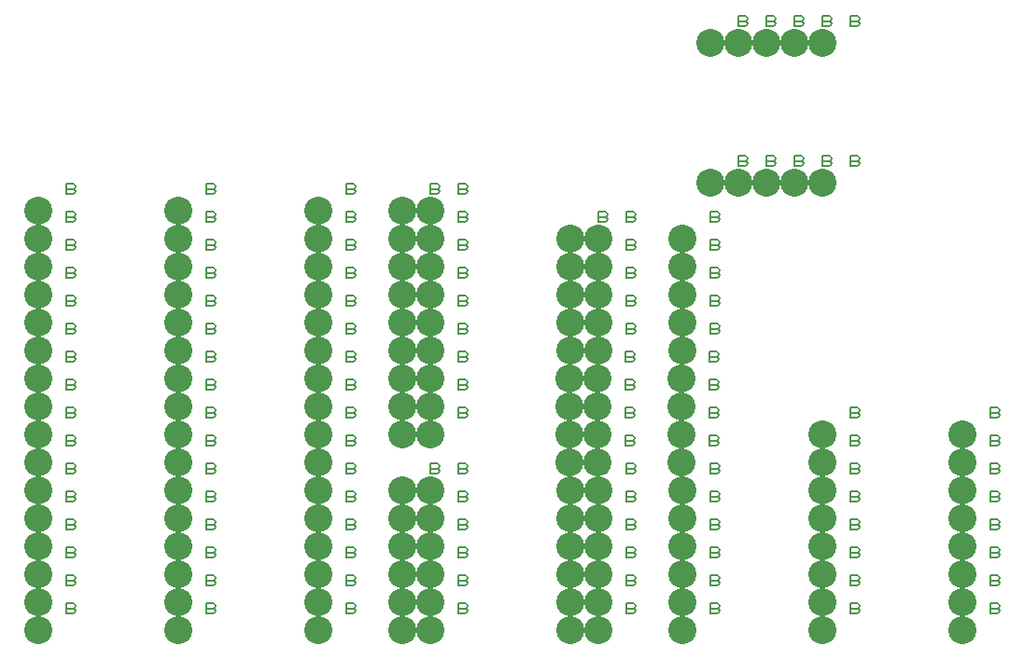
<source format=gbr>
G04 DesignSpark PCB Gerber Version 12.0 Build 5941*
G04 #@! TF.Part,Single*
G04 #@! TF.FileFunction,Drillmap*
G04 #@! TF.FilePolarity,Positive*
%FSLAX35Y35*%
%MOIN*%
%ADD15C,0.00500*%
G04 #@! TA.AperFunction,WasherPad*
%ADD14C,0.10000*%
G04 #@! TD.AperFunction*
X0Y0D02*
D02*
D14*
X20250Y20250D03*
Y30250D03*
Y40250D03*
Y50250D03*
Y60250D03*
Y70250D03*
Y80250D03*
Y90250D03*
Y100250D03*
Y110250D03*
Y120250D03*
Y130250D03*
Y140250D03*
Y150250D03*
Y160250D03*
Y170250D03*
X70250Y20250D03*
Y30250D03*
Y40250D03*
Y50250D03*
Y60250D03*
Y70250D03*
Y80250D03*
Y90250D03*
Y100250D03*
Y110250D03*
Y120250D03*
Y130250D03*
Y140250D03*
Y150250D03*
Y160250D03*
Y170250D03*
X120250Y20250D03*
Y30250D03*
Y40250D03*
Y50250D03*
Y60250D03*
Y70250D03*
Y80250D03*
Y90250D03*
Y100250D03*
Y110250D03*
Y120250D03*
Y130250D03*
Y140250D03*
Y150250D03*
Y160250D03*
Y170250D03*
X150250Y20250D03*
Y30250D03*
Y40250D03*
Y50250D03*
Y60250D03*
Y70250D03*
Y90250D03*
Y100250D03*
Y110250D03*
Y120250D03*
Y130250D03*
Y140250D03*
Y150250D03*
Y160250D03*
Y170250D03*
X160250Y20250D03*
Y30250D03*
Y40250D03*
Y50250D03*
Y60250D03*
Y70250D03*
Y90250D03*
Y100250D03*
Y110250D03*
Y120250D03*
Y130250D03*
Y140250D03*
Y150250D03*
Y160250D03*
Y170250D03*
X210015Y80250D03*
Y90250D03*
Y100250D03*
Y110250D03*
X210250Y20250D03*
Y30250D03*
Y40250D03*
Y50250D03*
Y60250D03*
Y70250D03*
Y120250D03*
Y130250D03*
Y140250D03*
Y150250D03*
Y160250D03*
X220015Y80250D03*
Y90250D03*
Y100250D03*
Y110250D03*
X220250Y20250D03*
Y30250D03*
Y40250D03*
Y50250D03*
Y60250D03*
Y70250D03*
Y120250D03*
Y130250D03*
Y140250D03*
Y150250D03*
Y160250D03*
X250015Y80250D03*
Y90250D03*
Y100250D03*
Y110250D03*
X250250Y20250D03*
Y30250D03*
Y40250D03*
Y50250D03*
Y60250D03*
Y70250D03*
Y120250D03*
Y130250D03*
Y140250D03*
Y150250D03*
Y160250D03*
X260250Y180250D03*
Y230250D03*
X270250Y180250D03*
Y230250D03*
X280250Y180250D03*
Y230250D03*
X290250Y180250D03*
Y230250D03*
X300250Y20250D03*
Y30250D03*
Y40250D03*
Y50250D03*
Y60250D03*
Y70250D03*
Y80250D03*
Y90250D03*
Y180250D03*
Y230250D03*
X350250Y20250D03*
Y30250D03*
Y40250D03*
Y50250D03*
Y60250D03*
Y70250D03*
Y80250D03*
Y90250D03*
D02*
D15*
X32437Y28063D02*
X33063Y27750D01*
X33375Y27125D01*
X33063Y26500D01*
X32437Y26187D01*
X30250D01*
Y29937D01*
X32437D01*
X33063Y29625D01*
X33375Y29000D01*
X33063Y28375D01*
X32437Y28063D01*
X30250D01*
X32437Y38063D02*
X33063Y37750D01*
X33375Y37125D01*
X33063Y36500D01*
X32437Y36187D01*
X30250D01*
Y39937D01*
X32437D01*
X33063Y39625D01*
X33375Y39000D01*
X33063Y38375D01*
X32437Y38063D01*
X30250D01*
X32437Y48063D02*
X33063Y47750D01*
X33375Y47125D01*
X33063Y46500D01*
X32437Y46187D01*
X30250D01*
Y49937D01*
X32437D01*
X33063Y49625D01*
X33375Y49000D01*
X33063Y48375D01*
X32437Y48063D01*
X30250D01*
X32437Y58063D02*
X33063Y57750D01*
X33375Y57125D01*
X33063Y56500D01*
X32437Y56187D01*
X30250D01*
Y59937D01*
X32437D01*
X33063Y59625D01*
X33375Y59000D01*
X33063Y58375D01*
X32437Y58063D01*
X30250D01*
X32437Y68063D02*
X33063Y67750D01*
X33375Y67125D01*
X33063Y66500D01*
X32437Y66187D01*
X30250D01*
Y69937D01*
X32437D01*
X33063Y69625D01*
X33375Y69000D01*
X33063Y68375D01*
X32437Y68063D01*
X30250D01*
X32437Y78063D02*
X33063Y77750D01*
X33375Y77125D01*
X33063Y76500D01*
X32437Y76187D01*
X30250D01*
Y79937D01*
X32437D01*
X33063Y79625D01*
X33375Y79000D01*
X33063Y78375D01*
X32437Y78063D01*
X30250D01*
X32437Y88063D02*
X33063Y87750D01*
X33375Y87125D01*
X33063Y86500D01*
X32437Y86187D01*
X30250D01*
Y89937D01*
X32437D01*
X33063Y89625D01*
X33375Y89000D01*
X33063Y88375D01*
X32437Y88063D01*
X30250D01*
X32437Y98063D02*
X33063Y97750D01*
X33375Y97125D01*
X33063Y96500D01*
X32437Y96187D01*
X30250D01*
Y99937D01*
X32437D01*
X33063Y99625D01*
X33375Y99000D01*
X33063Y98375D01*
X32437Y98063D01*
X30250D01*
X32437Y108063D02*
X33063Y107750D01*
X33375Y107125D01*
X33063Y106500D01*
X32437Y106187D01*
X30250D01*
Y109937D01*
X32437D01*
X33063Y109625D01*
X33375Y109000D01*
X33063Y108375D01*
X32437Y108063D01*
X30250D01*
X32437Y118063D02*
X33063Y117750D01*
X33375Y117125D01*
X33063Y116500D01*
X32437Y116187D01*
X30250D01*
Y119937D01*
X32437D01*
X33063Y119625D01*
X33375Y119000D01*
X33063Y118375D01*
X32437Y118063D01*
X30250D01*
X32437Y128063D02*
X33063Y127750D01*
X33375Y127125D01*
X33063Y126500D01*
X32437Y126187D01*
X30250D01*
Y129937D01*
X32437D01*
X33063Y129625D01*
X33375Y129000D01*
X33063Y128375D01*
X32437Y128063D01*
X30250D01*
X32437Y138063D02*
X33063Y137750D01*
X33375Y137125D01*
X33063Y136500D01*
X32437Y136187D01*
X30250D01*
Y139937D01*
X32437D01*
X33063Y139625D01*
X33375Y139000D01*
X33063Y138375D01*
X32437Y138063D01*
X30250D01*
X32437Y148063D02*
X33063Y147750D01*
X33375Y147125D01*
X33063Y146500D01*
X32437Y146187D01*
X30250D01*
Y149937D01*
X32437D01*
X33063Y149625D01*
X33375Y149000D01*
X33063Y148375D01*
X32437Y148063D01*
X30250D01*
X32437Y158063D02*
X33063Y157750D01*
X33375Y157125D01*
X33063Y156500D01*
X32437Y156187D01*
X30250D01*
Y159937D01*
X32437D01*
X33063Y159625D01*
X33375Y159000D01*
X33063Y158375D01*
X32437Y158063D01*
X30250D01*
X32437Y168063D02*
X33063Y167750D01*
X33375Y167125D01*
X33063Y166500D01*
X32437Y166187D01*
X30250D01*
Y169937D01*
X32437D01*
X33063Y169625D01*
X33375Y169000D01*
X33063Y168375D01*
X32437Y168063D01*
X30250D01*
X32437Y178063D02*
X33063Y177750D01*
X33375Y177125D01*
X33063Y176500D01*
X32437Y176187D01*
X30250D01*
Y179937D01*
X32437D01*
X33063Y179625D01*
X33375Y179000D01*
X33063Y178375D01*
X32437Y178063D01*
X30250D01*
X82437Y28063D02*
X83063Y27750D01*
X83375Y27125D01*
X83063Y26500D01*
X82437Y26187D01*
X80250D01*
Y29937D01*
X82437D01*
X83063Y29625D01*
X83375Y29000D01*
X83063Y28375D01*
X82437Y28063D01*
X80250D01*
X82437Y38063D02*
X83063Y37750D01*
X83375Y37125D01*
X83063Y36500D01*
X82437Y36187D01*
X80250D01*
Y39937D01*
X82437D01*
X83063Y39625D01*
X83375Y39000D01*
X83063Y38375D01*
X82437Y38063D01*
X80250D01*
X82437Y48063D02*
X83063Y47750D01*
X83375Y47125D01*
X83063Y46500D01*
X82437Y46187D01*
X80250D01*
Y49937D01*
X82437D01*
X83063Y49625D01*
X83375Y49000D01*
X83063Y48375D01*
X82437Y48063D01*
X80250D01*
X82437Y58063D02*
X83063Y57750D01*
X83375Y57125D01*
X83063Y56500D01*
X82437Y56187D01*
X80250D01*
Y59937D01*
X82437D01*
X83063Y59625D01*
X83375Y59000D01*
X83063Y58375D01*
X82437Y58063D01*
X80250D01*
X82437Y68063D02*
X83063Y67750D01*
X83375Y67125D01*
X83063Y66500D01*
X82437Y66187D01*
X80250D01*
Y69937D01*
X82437D01*
X83063Y69625D01*
X83375Y69000D01*
X83063Y68375D01*
X82437Y68063D01*
X80250D01*
X82437Y78063D02*
X83063Y77750D01*
X83375Y77125D01*
X83063Y76500D01*
X82437Y76187D01*
X80250D01*
Y79937D01*
X82437D01*
X83063Y79625D01*
X83375Y79000D01*
X83063Y78375D01*
X82437Y78063D01*
X80250D01*
X82437Y88063D02*
X83063Y87750D01*
X83375Y87125D01*
X83063Y86500D01*
X82437Y86187D01*
X80250D01*
Y89937D01*
X82437D01*
X83063Y89625D01*
X83375Y89000D01*
X83063Y88375D01*
X82437Y88063D01*
X80250D01*
X82437Y98063D02*
X83063Y97750D01*
X83375Y97125D01*
X83063Y96500D01*
X82437Y96187D01*
X80250D01*
Y99937D01*
X82437D01*
X83063Y99625D01*
X83375Y99000D01*
X83063Y98375D01*
X82437Y98063D01*
X80250D01*
X82437Y108063D02*
X83063Y107750D01*
X83375Y107125D01*
X83063Y106500D01*
X82437Y106187D01*
X80250D01*
Y109937D01*
X82437D01*
X83063Y109625D01*
X83375Y109000D01*
X83063Y108375D01*
X82437Y108063D01*
X80250D01*
X82437Y118063D02*
X83063Y117750D01*
X83375Y117125D01*
X83063Y116500D01*
X82437Y116187D01*
X80250D01*
Y119937D01*
X82437D01*
X83063Y119625D01*
X83375Y119000D01*
X83063Y118375D01*
X82437Y118063D01*
X80250D01*
X82437Y128063D02*
X83063Y127750D01*
X83375Y127125D01*
X83063Y126500D01*
X82437Y126187D01*
X80250D01*
Y129937D01*
X82437D01*
X83063Y129625D01*
X83375Y129000D01*
X83063Y128375D01*
X82437Y128063D01*
X80250D01*
X82437Y138063D02*
X83063Y137750D01*
X83375Y137125D01*
X83063Y136500D01*
X82437Y136187D01*
X80250D01*
Y139937D01*
X82437D01*
X83063Y139625D01*
X83375Y139000D01*
X83063Y138375D01*
X82437Y138063D01*
X80250D01*
X82437Y148063D02*
X83063Y147750D01*
X83375Y147125D01*
X83063Y146500D01*
X82437Y146187D01*
X80250D01*
Y149937D01*
X82437D01*
X83063Y149625D01*
X83375Y149000D01*
X83063Y148375D01*
X82437Y148063D01*
X80250D01*
X82437Y158063D02*
X83063Y157750D01*
X83375Y157125D01*
X83063Y156500D01*
X82437Y156187D01*
X80250D01*
Y159937D01*
X82437D01*
X83063Y159625D01*
X83375Y159000D01*
X83063Y158375D01*
X82437Y158063D01*
X80250D01*
X82437Y168063D02*
X83063Y167750D01*
X83375Y167125D01*
X83063Y166500D01*
X82437Y166187D01*
X80250D01*
Y169937D01*
X82437D01*
X83063Y169625D01*
X83375Y169000D01*
X83063Y168375D01*
X82437Y168063D01*
X80250D01*
X82437Y178063D02*
X83063Y177750D01*
X83375Y177125D01*
X83063Y176500D01*
X82437Y176187D01*
X80250D01*
Y179937D01*
X82437D01*
X83063Y179625D01*
X83375Y179000D01*
X83063Y178375D01*
X82437Y178063D01*
X80250D01*
X132437Y28063D02*
X133063Y27750D01*
X133375Y27125D01*
X133063Y26500D01*
X132437Y26187D01*
X130250D01*
Y29937D01*
X132437D01*
X133063Y29625D01*
X133375Y29000D01*
X133063Y28375D01*
X132437Y28063D01*
X130250D01*
X132437Y38063D02*
X133063Y37750D01*
X133375Y37125D01*
X133063Y36500D01*
X132437Y36187D01*
X130250D01*
Y39937D01*
X132437D01*
X133063Y39625D01*
X133375Y39000D01*
X133063Y38375D01*
X132437Y38063D01*
X130250D01*
X132437Y48063D02*
X133063Y47750D01*
X133375Y47125D01*
X133063Y46500D01*
X132437Y46187D01*
X130250D01*
Y49937D01*
X132437D01*
X133063Y49625D01*
X133375Y49000D01*
X133063Y48375D01*
X132437Y48063D01*
X130250D01*
X132437Y58063D02*
X133063Y57750D01*
X133375Y57125D01*
X133063Y56500D01*
X132437Y56187D01*
X130250D01*
Y59937D01*
X132437D01*
X133063Y59625D01*
X133375Y59000D01*
X133063Y58375D01*
X132437Y58063D01*
X130250D01*
X132437Y68063D02*
X133063Y67750D01*
X133375Y67125D01*
X133063Y66500D01*
X132437Y66187D01*
X130250D01*
Y69937D01*
X132437D01*
X133063Y69625D01*
X133375Y69000D01*
X133063Y68375D01*
X132437Y68063D01*
X130250D01*
X132437Y78063D02*
X133063Y77750D01*
X133375Y77125D01*
X133063Y76500D01*
X132437Y76187D01*
X130250D01*
Y79937D01*
X132437D01*
X133063Y79625D01*
X133375Y79000D01*
X133063Y78375D01*
X132437Y78063D01*
X130250D01*
X132437Y88063D02*
X133063Y87750D01*
X133375Y87125D01*
X133063Y86500D01*
X132437Y86187D01*
X130250D01*
Y89937D01*
X132437D01*
X133063Y89625D01*
X133375Y89000D01*
X133063Y88375D01*
X132437Y88063D01*
X130250D01*
X132437Y98063D02*
X133063Y97750D01*
X133375Y97125D01*
X133063Y96500D01*
X132437Y96187D01*
X130250D01*
Y99937D01*
X132437D01*
X133063Y99625D01*
X133375Y99000D01*
X133063Y98375D01*
X132437Y98063D01*
X130250D01*
X132437Y108063D02*
X133063Y107750D01*
X133375Y107125D01*
X133063Y106500D01*
X132437Y106187D01*
X130250D01*
Y109937D01*
X132437D01*
X133063Y109625D01*
X133375Y109000D01*
X133063Y108375D01*
X132437Y108063D01*
X130250D01*
X132437Y118063D02*
X133063Y117750D01*
X133375Y117125D01*
X133063Y116500D01*
X132437Y116187D01*
X130250D01*
Y119937D01*
X132437D01*
X133063Y119625D01*
X133375Y119000D01*
X133063Y118375D01*
X132437Y118063D01*
X130250D01*
X132437Y128063D02*
X133063Y127750D01*
X133375Y127125D01*
X133063Y126500D01*
X132437Y126187D01*
X130250D01*
Y129937D01*
X132437D01*
X133063Y129625D01*
X133375Y129000D01*
X133063Y128375D01*
X132437Y128063D01*
X130250D01*
X132437Y138063D02*
X133063Y137750D01*
X133375Y137125D01*
X133063Y136500D01*
X132437Y136187D01*
X130250D01*
Y139937D01*
X132437D01*
X133063Y139625D01*
X133375Y139000D01*
X133063Y138375D01*
X132437Y138063D01*
X130250D01*
X132437Y148063D02*
X133063Y147750D01*
X133375Y147125D01*
X133063Y146500D01*
X132437Y146187D01*
X130250D01*
Y149937D01*
X132437D01*
X133063Y149625D01*
X133375Y149000D01*
X133063Y148375D01*
X132437Y148063D01*
X130250D01*
X132437Y158063D02*
X133063Y157750D01*
X133375Y157125D01*
X133063Y156500D01*
X132437Y156187D01*
X130250D01*
Y159937D01*
X132437D01*
X133063Y159625D01*
X133375Y159000D01*
X133063Y158375D01*
X132437Y158063D01*
X130250D01*
X132437Y168063D02*
X133063Y167750D01*
X133375Y167125D01*
X133063Y166500D01*
X132437Y166187D01*
X130250D01*
Y169937D01*
X132437D01*
X133063Y169625D01*
X133375Y169000D01*
X133063Y168375D01*
X132437Y168063D01*
X130250D01*
X132437Y178063D02*
X133063Y177750D01*
X133375Y177125D01*
X133063Y176500D01*
X132437Y176187D01*
X130250D01*
Y179937D01*
X132437D01*
X133063Y179625D01*
X133375Y179000D01*
X133063Y178375D01*
X132437Y178063D01*
X130250D01*
X162437Y28063D02*
X163063Y27750D01*
X163375Y27125D01*
X163063Y26500D01*
X162437Y26187D01*
X160250D01*
Y29937D01*
X162437D01*
X163063Y29625D01*
X163375Y29000D01*
X163063Y28375D01*
X162437Y28063D01*
X160250D01*
X162437Y38063D02*
X163063Y37750D01*
X163375Y37125D01*
X163063Y36500D01*
X162437Y36187D01*
X160250D01*
Y39937D01*
X162437D01*
X163063Y39625D01*
X163375Y39000D01*
X163063Y38375D01*
X162437Y38063D01*
X160250D01*
X162437Y48063D02*
X163063Y47750D01*
X163375Y47125D01*
X163063Y46500D01*
X162437Y46187D01*
X160250D01*
Y49937D01*
X162437D01*
X163063Y49625D01*
X163375Y49000D01*
X163063Y48375D01*
X162437Y48063D01*
X160250D01*
X162437Y58063D02*
X163063Y57750D01*
X163375Y57125D01*
X163063Y56500D01*
X162437Y56187D01*
X160250D01*
Y59937D01*
X162437D01*
X163063Y59625D01*
X163375Y59000D01*
X163063Y58375D01*
X162437Y58063D01*
X160250D01*
X162437Y68063D02*
X163063Y67750D01*
X163375Y67125D01*
X163063Y66500D01*
X162437Y66187D01*
X160250D01*
Y69937D01*
X162437D01*
X163063Y69625D01*
X163375Y69000D01*
X163063Y68375D01*
X162437Y68063D01*
X160250D01*
X162437Y78063D02*
X163063Y77750D01*
X163375Y77125D01*
X163063Y76500D01*
X162437Y76187D01*
X160250D01*
Y79937D01*
X162437D01*
X163063Y79625D01*
X163375Y79000D01*
X163063Y78375D01*
X162437Y78063D01*
X160250D01*
X162437Y98063D02*
X163063Y97750D01*
X163375Y97125D01*
X163063Y96500D01*
X162437Y96187D01*
X160250D01*
Y99937D01*
X162437D01*
X163063Y99625D01*
X163375Y99000D01*
X163063Y98375D01*
X162437Y98063D01*
X160250D01*
X162437Y108063D02*
X163063Y107750D01*
X163375Y107125D01*
X163063Y106500D01*
X162437Y106187D01*
X160250D01*
Y109937D01*
X162437D01*
X163063Y109625D01*
X163375Y109000D01*
X163063Y108375D01*
X162437Y108063D01*
X160250D01*
X162437Y118063D02*
X163063Y117750D01*
X163375Y117125D01*
X163063Y116500D01*
X162437Y116187D01*
X160250D01*
Y119937D01*
X162437D01*
X163063Y119625D01*
X163375Y119000D01*
X163063Y118375D01*
X162437Y118063D01*
X160250D01*
X162437Y128063D02*
X163063Y127750D01*
X163375Y127125D01*
X163063Y126500D01*
X162437Y126187D01*
X160250D01*
Y129937D01*
X162437D01*
X163063Y129625D01*
X163375Y129000D01*
X163063Y128375D01*
X162437Y128063D01*
X160250D01*
X162437Y138063D02*
X163063Y137750D01*
X163375Y137125D01*
X163063Y136500D01*
X162437Y136187D01*
X160250D01*
Y139937D01*
X162437D01*
X163063Y139625D01*
X163375Y139000D01*
X163063Y138375D01*
X162437Y138063D01*
X160250D01*
X162437Y148063D02*
X163063Y147750D01*
X163375Y147125D01*
X163063Y146500D01*
X162437Y146187D01*
X160250D01*
Y149937D01*
X162437D01*
X163063Y149625D01*
X163375Y149000D01*
X163063Y148375D01*
X162437Y148063D01*
X160250D01*
X162437Y158063D02*
X163063Y157750D01*
X163375Y157125D01*
X163063Y156500D01*
X162437Y156187D01*
X160250D01*
Y159937D01*
X162437D01*
X163063Y159625D01*
X163375Y159000D01*
X163063Y158375D01*
X162437Y158063D01*
X160250D01*
X162437Y168063D02*
X163063Y167750D01*
X163375Y167125D01*
X163063Y166500D01*
X162437Y166187D01*
X160250D01*
Y169937D01*
X162437D01*
X163063Y169625D01*
X163375Y169000D01*
X163063Y168375D01*
X162437Y168063D01*
X160250D01*
X162437Y178063D02*
X163063Y177750D01*
X163375Y177125D01*
X163063Y176500D01*
X162437Y176187D01*
X160250D01*
Y179937D01*
X162437D01*
X163063Y179625D01*
X163375Y179000D01*
X163063Y178375D01*
X162437Y178063D01*
X160250D01*
X172437Y28063D02*
X173063Y27750D01*
X173375Y27125D01*
X173063Y26500D01*
X172437Y26187D01*
X170250D01*
Y29937D01*
X172437D01*
X173063Y29625D01*
X173375Y29000D01*
X173063Y28375D01*
X172437Y28063D01*
X170250D01*
X172437Y38063D02*
X173063Y37750D01*
X173375Y37125D01*
X173063Y36500D01*
X172437Y36187D01*
X170250D01*
Y39937D01*
X172437D01*
X173063Y39625D01*
X173375Y39000D01*
X173063Y38375D01*
X172437Y38063D01*
X170250D01*
X172437Y48063D02*
X173063Y47750D01*
X173375Y47125D01*
X173063Y46500D01*
X172437Y46187D01*
X170250D01*
Y49937D01*
X172437D01*
X173063Y49625D01*
X173375Y49000D01*
X173063Y48375D01*
X172437Y48063D01*
X170250D01*
X172437Y58063D02*
X173063Y57750D01*
X173375Y57125D01*
X173063Y56500D01*
X172437Y56187D01*
X170250D01*
Y59937D01*
X172437D01*
X173063Y59625D01*
X173375Y59000D01*
X173063Y58375D01*
X172437Y58063D01*
X170250D01*
X172437Y68063D02*
X173063Y67750D01*
X173375Y67125D01*
X173063Y66500D01*
X172437Y66187D01*
X170250D01*
Y69937D01*
X172437D01*
X173063Y69625D01*
X173375Y69000D01*
X173063Y68375D01*
X172437Y68063D01*
X170250D01*
X172437Y78063D02*
X173063Y77750D01*
X173375Y77125D01*
X173063Y76500D01*
X172437Y76187D01*
X170250D01*
Y79937D01*
X172437D01*
X173063Y79625D01*
X173375Y79000D01*
X173063Y78375D01*
X172437Y78063D01*
X170250D01*
X172437Y98063D02*
X173063Y97750D01*
X173375Y97125D01*
X173063Y96500D01*
X172437Y96187D01*
X170250D01*
Y99937D01*
X172437D01*
X173063Y99625D01*
X173375Y99000D01*
X173063Y98375D01*
X172437Y98063D01*
X170250D01*
X172437Y108063D02*
X173063Y107750D01*
X173375Y107125D01*
X173063Y106500D01*
X172437Y106187D01*
X170250D01*
Y109937D01*
X172437D01*
X173063Y109625D01*
X173375Y109000D01*
X173063Y108375D01*
X172437Y108063D01*
X170250D01*
X172437Y118063D02*
X173063Y117750D01*
X173375Y117125D01*
X173063Y116500D01*
X172437Y116187D01*
X170250D01*
Y119937D01*
X172437D01*
X173063Y119625D01*
X173375Y119000D01*
X173063Y118375D01*
X172437Y118063D01*
X170250D01*
X172437Y128063D02*
X173063Y127750D01*
X173375Y127125D01*
X173063Y126500D01*
X172437Y126187D01*
X170250D01*
Y129937D01*
X172437D01*
X173063Y129625D01*
X173375Y129000D01*
X173063Y128375D01*
X172437Y128063D01*
X170250D01*
X172437Y138063D02*
X173063Y137750D01*
X173375Y137125D01*
X173063Y136500D01*
X172437Y136187D01*
X170250D01*
Y139937D01*
X172437D01*
X173063Y139625D01*
X173375Y139000D01*
X173063Y138375D01*
X172437Y138063D01*
X170250D01*
X172437Y148063D02*
X173063Y147750D01*
X173375Y147125D01*
X173063Y146500D01*
X172437Y146187D01*
X170250D01*
Y149937D01*
X172437D01*
X173063Y149625D01*
X173375Y149000D01*
X173063Y148375D01*
X172437Y148063D01*
X170250D01*
X172437Y158063D02*
X173063Y157750D01*
X173375Y157125D01*
X173063Y156500D01*
X172437Y156187D01*
X170250D01*
Y159937D01*
X172437D01*
X173063Y159625D01*
X173375Y159000D01*
X173063Y158375D01*
X172437Y158063D01*
X170250D01*
X172437Y168063D02*
X173063Y167750D01*
X173375Y167125D01*
X173063Y166500D01*
X172437Y166187D01*
X170250D01*
Y169937D01*
X172437D01*
X173063Y169625D01*
X173375Y169000D01*
X173063Y168375D01*
X172437Y168063D01*
X170250D01*
X172437Y178063D02*
X173063Y177750D01*
X173375Y177125D01*
X173063Y176500D01*
X172437Y176187D01*
X170250D01*
Y179937D01*
X172437D01*
X173063Y179625D01*
X173375Y179000D01*
X173063Y178375D01*
X172437Y178063D01*
X170250D01*
X222203Y88063D02*
X222828Y87750D01*
X223141Y87125D01*
X222828Y86500D01*
X222203Y86187D01*
X220015D01*
Y89937D01*
X222203D01*
X222828Y89625D01*
X223141Y89000D01*
X222828Y88375D01*
X222203Y88063D01*
X220015D01*
X222203Y98063D02*
X222828Y97750D01*
X223141Y97125D01*
X222828Y96500D01*
X222203Y96187D01*
X220015D01*
Y99937D01*
X222203D01*
X222828Y99625D01*
X223141Y99000D01*
X222828Y98375D01*
X222203Y98063D01*
X220015D01*
X222203Y108063D02*
X222828Y107750D01*
X223141Y107125D01*
X222828Y106500D01*
X222203Y106187D01*
X220015D01*
Y109937D01*
X222203D01*
X222828Y109625D01*
X223141Y109000D01*
X222828Y108375D01*
X222203Y108063D01*
X220015D01*
X222203Y118063D02*
X222828Y117750D01*
X223141Y117125D01*
X222828Y116500D01*
X222203Y116187D01*
X220015D01*
Y119937D01*
X222203D01*
X222828Y119625D01*
X223141Y119000D01*
X222828Y118375D01*
X222203Y118063D01*
X220015D01*
X222437Y28063D02*
X223063Y27750D01*
X223375Y27125D01*
X223063Y26500D01*
X222437Y26187D01*
X220250D01*
Y29937D01*
X222437D01*
X223063Y29625D01*
X223375Y29000D01*
X223063Y28375D01*
X222437Y28063D01*
X220250D01*
X222437Y38063D02*
X223063Y37750D01*
X223375Y37125D01*
X223063Y36500D01*
X222437Y36187D01*
X220250D01*
Y39937D01*
X222437D01*
X223063Y39625D01*
X223375Y39000D01*
X223063Y38375D01*
X222437Y38063D01*
X220250D01*
X222437Y48063D02*
X223063Y47750D01*
X223375Y47125D01*
X223063Y46500D01*
X222437Y46187D01*
X220250D01*
Y49937D01*
X222437D01*
X223063Y49625D01*
X223375Y49000D01*
X223063Y48375D01*
X222437Y48063D01*
X220250D01*
X222437Y58063D02*
X223063Y57750D01*
X223375Y57125D01*
X223063Y56500D01*
X222437Y56187D01*
X220250D01*
Y59937D01*
X222437D01*
X223063Y59625D01*
X223375Y59000D01*
X223063Y58375D01*
X222437Y58063D01*
X220250D01*
X222437Y68063D02*
X223063Y67750D01*
X223375Y67125D01*
X223063Y66500D01*
X222437Y66187D01*
X220250D01*
Y69937D01*
X222437D01*
X223063Y69625D01*
X223375Y69000D01*
X223063Y68375D01*
X222437Y68063D01*
X220250D01*
X222437Y78063D02*
X223063Y77750D01*
X223375Y77125D01*
X223063Y76500D01*
X222437Y76187D01*
X220250D01*
Y79937D01*
X222437D01*
X223063Y79625D01*
X223375Y79000D01*
X223063Y78375D01*
X222437Y78063D01*
X220250D01*
X222437Y128063D02*
X223063Y127750D01*
X223375Y127125D01*
X223063Y126500D01*
X222437Y126187D01*
X220250D01*
Y129937D01*
X222437D01*
X223063Y129625D01*
X223375Y129000D01*
X223063Y128375D01*
X222437Y128063D01*
X220250D01*
X222437Y138063D02*
X223063Y137750D01*
X223375Y137125D01*
X223063Y136500D01*
X222437Y136187D01*
X220250D01*
Y139937D01*
X222437D01*
X223063Y139625D01*
X223375Y139000D01*
X223063Y138375D01*
X222437Y138063D01*
X220250D01*
X222437Y148063D02*
X223063Y147750D01*
X223375Y147125D01*
X223063Y146500D01*
X222437Y146187D01*
X220250D01*
Y149937D01*
X222437D01*
X223063Y149625D01*
X223375Y149000D01*
X223063Y148375D01*
X222437Y148063D01*
X220250D01*
X222437Y158063D02*
X223063Y157750D01*
X223375Y157125D01*
X223063Y156500D01*
X222437Y156187D01*
X220250D01*
Y159937D01*
X222437D01*
X223063Y159625D01*
X223375Y159000D01*
X223063Y158375D01*
X222437Y158063D01*
X220250D01*
X222437Y168063D02*
X223063Y167750D01*
X223375Y167125D01*
X223063Y166500D01*
X222437Y166187D01*
X220250D01*
Y169937D01*
X222437D01*
X223063Y169625D01*
X223375Y169000D01*
X223063Y168375D01*
X222437Y168063D01*
X220250D01*
X232203Y88063D02*
X232828Y87750D01*
X233141Y87125D01*
X232828Y86500D01*
X232203Y86187D01*
X230015D01*
Y89937D01*
X232203D01*
X232828Y89625D01*
X233141Y89000D01*
X232828Y88375D01*
X232203Y88063D01*
X230015D01*
X232203Y98063D02*
X232828Y97750D01*
X233141Y97125D01*
X232828Y96500D01*
X232203Y96187D01*
X230015D01*
Y99937D01*
X232203D01*
X232828Y99625D01*
X233141Y99000D01*
X232828Y98375D01*
X232203Y98063D01*
X230015D01*
X232203Y108063D02*
X232828Y107750D01*
X233141Y107125D01*
X232828Y106500D01*
X232203Y106187D01*
X230015D01*
Y109937D01*
X232203D01*
X232828Y109625D01*
X233141Y109000D01*
X232828Y108375D01*
X232203Y108063D01*
X230015D01*
X232203Y118063D02*
X232828Y117750D01*
X233141Y117125D01*
X232828Y116500D01*
X232203Y116187D01*
X230015D01*
Y119937D01*
X232203D01*
X232828Y119625D01*
X233141Y119000D01*
X232828Y118375D01*
X232203Y118063D01*
X230015D01*
X232437Y28063D02*
X233063Y27750D01*
X233375Y27125D01*
X233063Y26500D01*
X232437Y26187D01*
X230250D01*
Y29937D01*
X232437D01*
X233063Y29625D01*
X233375Y29000D01*
X233063Y28375D01*
X232437Y28063D01*
X230250D01*
X232437Y38063D02*
X233063Y37750D01*
X233375Y37125D01*
X233063Y36500D01*
X232437Y36187D01*
X230250D01*
Y39937D01*
X232437D01*
X233063Y39625D01*
X233375Y39000D01*
X233063Y38375D01*
X232437Y38063D01*
X230250D01*
X232437Y48063D02*
X233063Y47750D01*
X233375Y47125D01*
X233063Y46500D01*
X232437Y46187D01*
X230250D01*
Y49937D01*
X232437D01*
X233063Y49625D01*
X233375Y49000D01*
X233063Y48375D01*
X232437Y48063D01*
X230250D01*
X232437Y58063D02*
X233063Y57750D01*
X233375Y57125D01*
X233063Y56500D01*
X232437Y56187D01*
X230250D01*
Y59937D01*
X232437D01*
X233063Y59625D01*
X233375Y59000D01*
X233063Y58375D01*
X232437Y58063D01*
X230250D01*
X232437Y68063D02*
X233063Y67750D01*
X233375Y67125D01*
X233063Y66500D01*
X232437Y66187D01*
X230250D01*
Y69937D01*
X232437D01*
X233063Y69625D01*
X233375Y69000D01*
X233063Y68375D01*
X232437Y68063D01*
X230250D01*
X232437Y78063D02*
X233063Y77750D01*
X233375Y77125D01*
X233063Y76500D01*
X232437Y76187D01*
X230250D01*
Y79937D01*
X232437D01*
X233063Y79625D01*
X233375Y79000D01*
X233063Y78375D01*
X232437Y78063D01*
X230250D01*
X232437Y128063D02*
X233063Y127750D01*
X233375Y127125D01*
X233063Y126500D01*
X232437Y126187D01*
X230250D01*
Y129937D01*
X232437D01*
X233063Y129625D01*
X233375Y129000D01*
X233063Y128375D01*
X232437Y128063D01*
X230250D01*
X232437Y138063D02*
X233063Y137750D01*
X233375Y137125D01*
X233063Y136500D01*
X232437Y136187D01*
X230250D01*
Y139937D01*
X232437D01*
X233063Y139625D01*
X233375Y139000D01*
X233063Y138375D01*
X232437Y138063D01*
X230250D01*
X232437Y148063D02*
X233063Y147750D01*
X233375Y147125D01*
X233063Y146500D01*
X232437Y146187D01*
X230250D01*
Y149937D01*
X232437D01*
X233063Y149625D01*
X233375Y149000D01*
X233063Y148375D01*
X232437Y148063D01*
X230250D01*
X232437Y158063D02*
X233063Y157750D01*
X233375Y157125D01*
X233063Y156500D01*
X232437Y156187D01*
X230250D01*
Y159937D01*
X232437D01*
X233063Y159625D01*
X233375Y159000D01*
X233063Y158375D01*
X232437Y158063D01*
X230250D01*
X232437Y168063D02*
X233063Y167750D01*
X233375Y167125D01*
X233063Y166500D01*
X232437Y166187D01*
X230250D01*
Y169937D01*
X232437D01*
X233063Y169625D01*
X233375Y169000D01*
X233063Y168375D01*
X232437Y168063D01*
X230250D01*
X262203Y88063D02*
X262828Y87750D01*
X263141Y87125D01*
X262828Y86500D01*
X262203Y86187D01*
X260015D01*
Y89937D01*
X262203D01*
X262828Y89625D01*
X263141Y89000D01*
X262828Y88375D01*
X262203Y88063D01*
X260015D01*
X262203Y98063D02*
X262828Y97750D01*
X263141Y97125D01*
X262828Y96500D01*
X262203Y96187D01*
X260015D01*
Y99937D01*
X262203D01*
X262828Y99625D01*
X263141Y99000D01*
X262828Y98375D01*
X262203Y98063D01*
X260015D01*
X262203Y108063D02*
X262828Y107750D01*
X263141Y107125D01*
X262828Y106500D01*
X262203Y106187D01*
X260015D01*
Y109937D01*
X262203D01*
X262828Y109625D01*
X263141Y109000D01*
X262828Y108375D01*
X262203Y108063D01*
X260015D01*
X262203Y118063D02*
X262828Y117750D01*
X263141Y117125D01*
X262828Y116500D01*
X262203Y116187D01*
X260015D01*
Y119937D01*
X262203D01*
X262828Y119625D01*
X263141Y119000D01*
X262828Y118375D01*
X262203Y118063D01*
X260015D01*
X262437Y28063D02*
X263063Y27750D01*
X263375Y27125D01*
X263063Y26500D01*
X262437Y26187D01*
X260250D01*
Y29937D01*
X262437D01*
X263063Y29625D01*
X263375Y29000D01*
X263063Y28375D01*
X262437Y28063D01*
X260250D01*
X262437Y38063D02*
X263063Y37750D01*
X263375Y37125D01*
X263063Y36500D01*
X262437Y36187D01*
X260250D01*
Y39937D01*
X262437D01*
X263063Y39625D01*
X263375Y39000D01*
X263063Y38375D01*
X262437Y38063D01*
X260250D01*
X262437Y48063D02*
X263063Y47750D01*
X263375Y47125D01*
X263063Y46500D01*
X262437Y46187D01*
X260250D01*
Y49937D01*
X262437D01*
X263063Y49625D01*
X263375Y49000D01*
X263063Y48375D01*
X262437Y48063D01*
X260250D01*
X262437Y58063D02*
X263063Y57750D01*
X263375Y57125D01*
X263063Y56500D01*
X262437Y56187D01*
X260250D01*
Y59937D01*
X262437D01*
X263063Y59625D01*
X263375Y59000D01*
X263063Y58375D01*
X262437Y58063D01*
X260250D01*
X262437Y68063D02*
X263063Y67750D01*
X263375Y67125D01*
X263063Y66500D01*
X262437Y66187D01*
X260250D01*
Y69937D01*
X262437D01*
X263063Y69625D01*
X263375Y69000D01*
X263063Y68375D01*
X262437Y68063D01*
X260250D01*
X262437Y78063D02*
X263063Y77750D01*
X263375Y77125D01*
X263063Y76500D01*
X262437Y76187D01*
X260250D01*
Y79937D01*
X262437D01*
X263063Y79625D01*
X263375Y79000D01*
X263063Y78375D01*
X262437Y78063D01*
X260250D01*
X262437Y128063D02*
X263063Y127750D01*
X263375Y127125D01*
X263063Y126500D01*
X262437Y126187D01*
X260250D01*
Y129937D01*
X262437D01*
X263063Y129625D01*
X263375Y129000D01*
X263063Y128375D01*
X262437Y128063D01*
X260250D01*
X262437Y138063D02*
X263063Y137750D01*
X263375Y137125D01*
X263063Y136500D01*
X262437Y136187D01*
X260250D01*
Y139937D01*
X262437D01*
X263063Y139625D01*
X263375Y139000D01*
X263063Y138375D01*
X262437Y138063D01*
X260250D01*
X262437Y148063D02*
X263063Y147750D01*
X263375Y147125D01*
X263063Y146500D01*
X262437Y146187D01*
X260250D01*
Y149937D01*
X262437D01*
X263063Y149625D01*
X263375Y149000D01*
X263063Y148375D01*
X262437Y148063D01*
X260250D01*
X262437Y158063D02*
X263063Y157750D01*
X263375Y157125D01*
X263063Y156500D01*
X262437Y156187D01*
X260250D01*
Y159937D01*
X262437D01*
X263063Y159625D01*
X263375Y159000D01*
X263063Y158375D01*
X262437Y158063D01*
X260250D01*
X262437Y168063D02*
X263063Y167750D01*
X263375Y167125D01*
X263063Y166500D01*
X262437Y166187D01*
X260250D01*
Y169937D01*
X262437D01*
X263063Y169625D01*
X263375Y169000D01*
X263063Y168375D01*
X262437Y168063D01*
X260250D01*
X272437Y188063D02*
X273063Y187750D01*
X273375Y187125D01*
X273063Y186500D01*
X272437Y186187D01*
X270250D01*
Y189937D01*
X272437D01*
X273063Y189625D01*
X273375Y189000D01*
X273063Y188375D01*
X272437Y188063D01*
X270250D01*
X272437Y238063D02*
X273063Y237750D01*
X273375Y237125D01*
X273063Y236500D01*
X272437Y236187D01*
X270250D01*
Y239937D01*
X272437D01*
X273063Y239625D01*
X273375Y239000D01*
X273063Y238375D01*
X272437Y238063D01*
X270250D01*
X282437Y188063D02*
X283063Y187750D01*
X283375Y187125D01*
X283063Y186500D01*
X282437Y186187D01*
X280250D01*
Y189937D01*
X282437D01*
X283063Y189625D01*
X283375Y189000D01*
X283063Y188375D01*
X282437Y188063D01*
X280250D01*
X282437Y238063D02*
X283063Y237750D01*
X283375Y237125D01*
X283063Y236500D01*
X282437Y236187D01*
X280250D01*
Y239937D01*
X282437D01*
X283063Y239625D01*
X283375Y239000D01*
X283063Y238375D01*
X282437Y238063D01*
X280250D01*
X292437Y188063D02*
X293063Y187750D01*
X293375Y187125D01*
X293063Y186500D01*
X292437Y186187D01*
X290250D01*
Y189937D01*
X292437D01*
X293063Y189625D01*
X293375Y189000D01*
X293063Y188375D01*
X292437Y188063D01*
X290250D01*
X292437Y238063D02*
X293063Y237750D01*
X293375Y237125D01*
X293063Y236500D01*
X292437Y236187D01*
X290250D01*
Y239937D01*
X292437D01*
X293063Y239625D01*
X293375Y239000D01*
X293063Y238375D01*
X292437Y238063D01*
X290250D01*
X302437Y188063D02*
X303063Y187750D01*
X303375Y187125D01*
X303063Y186500D01*
X302437Y186187D01*
X300250D01*
Y189937D01*
X302437D01*
X303063Y189625D01*
X303375Y189000D01*
X303063Y188375D01*
X302437Y188063D01*
X300250D01*
X302437Y238063D02*
X303063Y237750D01*
X303375Y237125D01*
X303063Y236500D01*
X302437Y236187D01*
X300250D01*
Y239937D01*
X302437D01*
X303063Y239625D01*
X303375Y239000D01*
X303063Y238375D01*
X302437Y238063D01*
X300250D01*
X312437Y28063D02*
X313063Y27750D01*
X313375Y27125D01*
X313063Y26500D01*
X312437Y26187D01*
X310250D01*
Y29937D01*
X312437D01*
X313063Y29625D01*
X313375Y29000D01*
X313063Y28375D01*
X312437Y28063D01*
X310250D01*
X312437Y38063D02*
X313063Y37750D01*
X313375Y37125D01*
X313063Y36500D01*
X312437Y36187D01*
X310250D01*
Y39937D01*
X312437D01*
X313063Y39625D01*
X313375Y39000D01*
X313063Y38375D01*
X312437Y38063D01*
X310250D01*
X312437Y48063D02*
X313063Y47750D01*
X313375Y47125D01*
X313063Y46500D01*
X312437Y46187D01*
X310250D01*
Y49937D01*
X312437D01*
X313063Y49625D01*
X313375Y49000D01*
X313063Y48375D01*
X312437Y48063D01*
X310250D01*
X312437Y58063D02*
X313063Y57750D01*
X313375Y57125D01*
X313063Y56500D01*
X312437Y56187D01*
X310250D01*
Y59937D01*
X312437D01*
X313063Y59625D01*
X313375Y59000D01*
X313063Y58375D01*
X312437Y58063D01*
X310250D01*
X312437Y68063D02*
X313063Y67750D01*
X313375Y67125D01*
X313063Y66500D01*
X312437Y66187D01*
X310250D01*
Y69937D01*
X312437D01*
X313063Y69625D01*
X313375Y69000D01*
X313063Y68375D01*
X312437Y68063D01*
X310250D01*
X312437Y78063D02*
X313063Y77750D01*
X313375Y77125D01*
X313063Y76500D01*
X312437Y76187D01*
X310250D01*
Y79937D01*
X312437D01*
X313063Y79625D01*
X313375Y79000D01*
X313063Y78375D01*
X312437Y78063D01*
X310250D01*
X312437Y88063D02*
X313063Y87750D01*
X313375Y87125D01*
X313063Y86500D01*
X312437Y86187D01*
X310250D01*
Y89937D01*
X312437D01*
X313063Y89625D01*
X313375Y89000D01*
X313063Y88375D01*
X312437Y88063D01*
X310250D01*
X312437Y98063D02*
X313063Y97750D01*
X313375Y97125D01*
X313063Y96500D01*
X312437Y96187D01*
X310250D01*
Y99937D01*
X312437D01*
X313063Y99625D01*
X313375Y99000D01*
X313063Y98375D01*
X312437Y98063D01*
X310250D01*
X312437Y188063D02*
X313063Y187750D01*
X313375Y187125D01*
X313063Y186500D01*
X312437Y186187D01*
X310250D01*
Y189937D01*
X312437D01*
X313063Y189625D01*
X313375Y189000D01*
X313063Y188375D01*
X312437Y188063D01*
X310250D01*
X312437Y238063D02*
X313063Y237750D01*
X313375Y237125D01*
X313063Y236500D01*
X312437Y236187D01*
X310250D01*
Y239937D01*
X312437D01*
X313063Y239625D01*
X313375Y239000D01*
X313063Y238375D01*
X312437Y238063D01*
X310250D01*
X362437Y28063D02*
X363063Y27750D01*
X363375Y27125D01*
X363063Y26500D01*
X362437Y26187D01*
X360250D01*
Y29937D01*
X362437D01*
X363063Y29625D01*
X363375Y29000D01*
X363063Y28375D01*
X362437Y28063D01*
X360250D01*
X362437Y38063D02*
X363063Y37750D01*
X363375Y37125D01*
X363063Y36500D01*
X362437Y36187D01*
X360250D01*
Y39937D01*
X362437D01*
X363063Y39625D01*
X363375Y39000D01*
X363063Y38375D01*
X362437Y38063D01*
X360250D01*
X362437Y48063D02*
X363063Y47750D01*
X363375Y47125D01*
X363063Y46500D01*
X362437Y46187D01*
X360250D01*
Y49937D01*
X362437D01*
X363063Y49625D01*
X363375Y49000D01*
X363063Y48375D01*
X362437Y48063D01*
X360250D01*
X362437Y58063D02*
X363063Y57750D01*
X363375Y57125D01*
X363063Y56500D01*
X362437Y56187D01*
X360250D01*
Y59937D01*
X362437D01*
X363063Y59625D01*
X363375Y59000D01*
X363063Y58375D01*
X362437Y58063D01*
X360250D01*
X362437Y68063D02*
X363063Y67750D01*
X363375Y67125D01*
X363063Y66500D01*
X362437Y66187D01*
X360250D01*
Y69937D01*
X362437D01*
X363063Y69625D01*
X363375Y69000D01*
X363063Y68375D01*
X362437Y68063D01*
X360250D01*
X362437Y78063D02*
X363063Y77750D01*
X363375Y77125D01*
X363063Y76500D01*
X362437Y76187D01*
X360250D01*
Y79937D01*
X362437D01*
X363063Y79625D01*
X363375Y79000D01*
X363063Y78375D01*
X362437Y78063D01*
X360250D01*
X362437Y88063D02*
X363063Y87750D01*
X363375Y87125D01*
X363063Y86500D01*
X362437Y86187D01*
X360250D01*
Y89937D01*
X362437D01*
X363063Y89625D01*
X363375Y89000D01*
X363063Y88375D01*
X362437Y88063D01*
X360250D01*
X362437Y98063D02*
X363063Y97750D01*
X363375Y97125D01*
X363063Y96500D01*
X362437Y96187D01*
X360250D01*
Y99937D01*
X362437D01*
X363063Y99625D01*
X363375Y99000D01*
X363063Y98375D01*
X362437Y98063D01*
X360250D01*
X0Y0D02*
M02*

</source>
